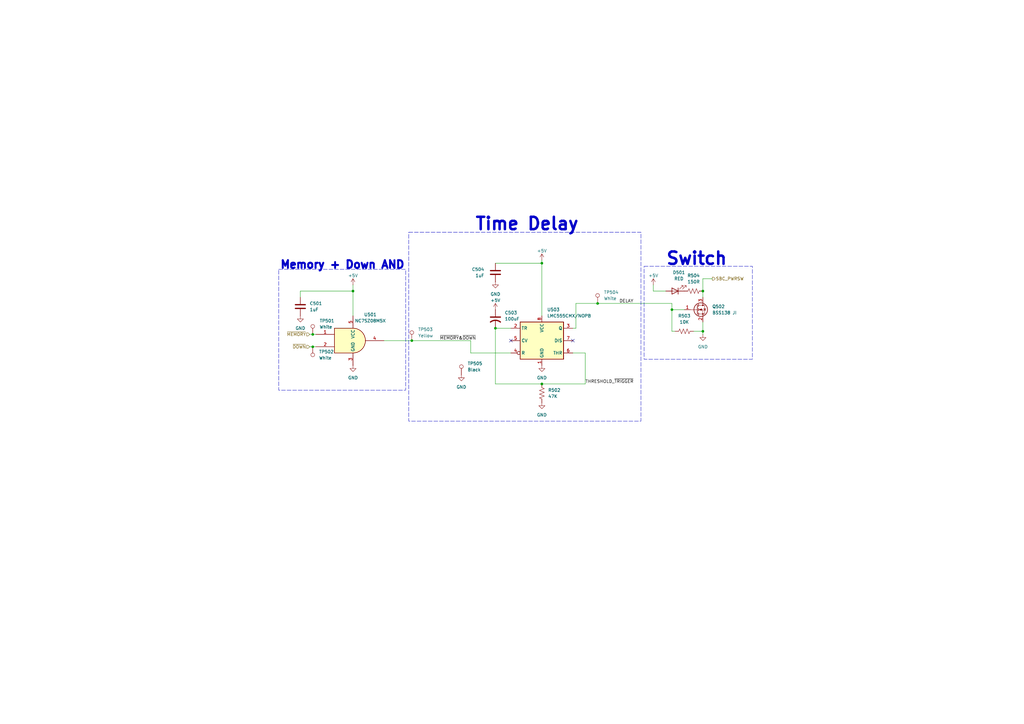
<source format=kicad_sch>
(kicad_sch (version 20250114) (generator "eeschema") (generator_version "9.0")
  (paper "A3")
  (title_block (title "MEP MAXI 85V-1 REV 2 Keypad") (date "2025-06-22") (rev "X2") (company "McMillan Enterprises") (comment 1 "Firmware: Connor McMillan (connor@mcmillan.website)") (comment 2 "Hardware &"))
  (lib_symbols
    (symbol "74xGxx:74AHC1G08"
      (property "Reference" "U" (at -2.54 3.81 0))
      (property "Value" "74AHC1G08" (at 0 -3.81 0))
      (symbol "74AHC1G08_0_1"
        (arc (start 0 5.08) (mid 5.0579 0) (end 0 -5.08) (stroke (width 0.254)) (fill (type background)))
        (polyline (pts (xy 0 -5.08) (xy -7.62 -5.08) (xy -7.62 5.08) (xy 0 5.08)) (stroke (width 0.254)) (fill (type background)))
      )
      (symbol "74AHC1G08_1_1"
        (pin input line (at -15.24 2.54 0) (length 7.62) (name "~") (number "1"))
        (pin input line (at -15.24 -2.54 0) (length 7.62) (name "~") (number "2"))
        (pin power_in line (at 0 10.16 270) (length 5.08) (name "VCC") (number "5"))
        (pin power_in line (at 0 -10.16 90) (length 5.08) (name "GND") (number "3"))
        (pin output line (at 12.7 0 180) (length 7.62) (name "~") (number "4"))
      )
    )
    (symbol "Connector:TestPoint" (pin_numbers (hide yes)) (pin_names (offset 0.762) (hide yes))
      (property "Reference" "TP" (at 0 6.858 0))
      (property "Value" "TestPoint" (at 0 5.08 0))
      (symbol "TestPoint_0_1"
        (circle (center 0 3.302) (radius 0.762))
      )
      (symbol "TestPoint_1_1"
        (pin passive line (at 0 0 90) (length 2.54) (name "1") (number "1"))
      )
    )
    (symbol "Device:C" (pin_numbers (hide yes)) (pin_names (offset 0.254))
      (property "Reference" "C" (at 0.635 2.54 0))
      (property "Value" "C" (at 0.635 -2.54 0))
      (symbol "C_0_1"
        (polyline (pts (xy -2.032 0.762) (xy 2.032 0.762)) (stroke (width 0.508)))
        (polyline (pts (xy -2.032 -0.762) (xy 2.032 -0.762)) (stroke (width 0.508)))
      )
      (symbol "C_1_1"
        (pin passive line (at 0 3.81 270) (length 2.794) (name "~") (number "1"))
        (pin passive line (at 0 -3.81 90) (length 2.794) (name "~") (number "2"))
      )
    )
    (symbol "Device:C_US" (pin_numbers (hide yes)) (pin_names (offset 0.254) (hide yes))
      (property "Reference" "C" (at 0.635 2.54 0))
      (property "Value" "C_US" (at 0.635 -2.54 0))
      (symbol "C_US_0_1"
        (polyline (pts (xy -2.032 0.762) (xy 2.032 0.762)) (stroke (width 0.508)))
        (arc (start -2.032 -1.27) (mid 0 -0.5572) (end 2.032 -1.27) (stroke (width 0.508)))
      )
      (symbol "C_US_1_1"
        (pin passive line (at 0 3.81 270) (length 2.794) (name "~") (number "1"))
        (pin passive line (at 0 -3.81 90) (length 3.302) (name "~") (number "2"))
      )
    )
    (symbol "Device:LED" (pin_numbers (hide yes)) (pin_names (offset 1.016) (hide yes))
      (property "Reference" "D" (at 0 2.54 0))
      (property "Value" "LED" (at 0 -2.54 0))
      (symbol "LED_0_1"
        (polyline (pts (xy -3.048 -0.762) (xy -4.572 -2.286) (xy -3.81 -2.286) (xy -4.572 -2.286) (xy -4.572 -1.524)))
        (polyline (pts (xy -1.778 -0.762) (xy -3.302 -2.286) (xy -2.54 -2.286) (xy -3.302 -2.286) (xy -3.302 -1.524)))
        (polyline (pts (xy -1.27 0) (xy 1.27 0)))
        (polyline (pts (xy -1.27 -1.27) (xy -1.27 1.27)) (stroke (width 0.254)))
        (polyline (pts (xy 1.27 -1.27) (xy 1.27 1.27) (xy -1.27 0) (xy 1.27 -1.27)) (stroke (width 0.254)))
      )
      (symbol "LED_1_1"
        (pin passive line (at -3.81 0 0) (length 2.54) (name "K") (number "1"))
        (pin passive line (at 3.81 0 180) (length 2.54) (name "A") (number "2"))
      )
    )
    (symbol "Device:R_US" (pin_numbers (hide yes)) (pin_names (offset 0))
      (property "Reference" "R" (at 2.54 0 90))
      (property "Value" "R_US" (at -2.54 0 90))
      (symbol "R_US_0_1"
        (polyline (pts (xy 0 2.286) (xy 0 2.54)))
        (polyline (pts (xy 0 2.286) (xy 1.016 1.905) (xy 0 1.524) (xy -1.016 1.143) (xy 0 0.762)))
        (polyline (pts (xy 0 0.762) (xy 1.016 0.381) (xy 0 0) (xy -1.016 -0.381) (xy 0 -0.762)))
        (polyline (pts (xy 0 -0.762) (xy 1.016 -1.143) (xy 0 -1.524) (xy -1.016 -1.905) (xy 0 -2.286)))
        (polyline (pts (xy 0 -2.286) (xy 0 -2.54)))
      )
      (symbol "R_US_1_1"
        (pin passive line (at 0 3.81 270) (length 1.27) (name "~") (number "1"))
        (pin passive line (at 0 -3.81 90) (length 1.27) (name "~") (number "2"))
      )
    )
    (symbol "Timer:LMC555xM"
      (property "Reference" "U" (at -10.16 8.89 0))
      (property "Value" "LMC555xM" (at 2.54 8.89 0))
      (symbol "LMC555xM_0_0"
        (pin power_in line (at 0 10.16 270) (length 2.54) (name "VCC") (number "8"))
        (pin power_in line (at 0 -10.16 90) (length 2.54) (name "GND") (number "1"))
      )
      (symbol "LMC555xM_0_1"
        (rectangle (start -8.89 -7.62) (end 8.89 7.62) (stroke (width 0.254)) (fill (type background)))
        (rectangle (start -8.89 -7.62) (end 8.89 7.62) (stroke (width 0.254)) (fill (type background)))
      )
      (symbol "LMC555xM_1_1"
        (pin input line (at -12.7 5.08 0) (length 3.81) (name "TR") (number "2"))
        (pin input line (at -12.7 0 0) (length 3.81) (name "CV") (number "5"))
        (pin input inverted (at -12.7 -5.08 0) (length 3.81) (name "R") (number "4"))
        (pin output line (at 12.7 5.08 180) (length 3.81) (name "Q") (number "3"))
        (pin input line (at 12.7 0 180) (length 3.81) (name "DIS") (number "7"))
        (pin input line (at 12.7 -5.08 180) (length 3.81) (name "THR") (number "6"))
      )
    )
    (symbol "Transistor_FET:BSS138" (pin_names (hide yes))
      (property "Reference" "Q" (at 5.08 1.905 0))
      (property "Value" "BSS138" (at 5.08 0 0))
      (symbol "BSS138_0_1"
        (polyline (pts (xy 0.254 1.905) (xy 0.254 -1.905)) (stroke (width 0.254)))
        (polyline (pts (xy 0.254 0) (xy -2.54 0)))
        (polyline (pts (xy 0.762 2.286) (xy 0.762 1.27)) (stroke (width 0.254)))
        (polyline (pts (xy 0.762 0.508) (xy 0.762 -0.508)) (stroke (width 0.254)))
        (polyline (pts (xy 0.762 -1.27) (xy 0.762 -2.286)) (stroke (width 0.254)))
        (polyline (pts (xy 0.762 -1.778) (xy 3.302 -1.778) (xy 3.302 1.778) (xy 0.762 1.778)))
        (polyline (pts (xy 1.016 0) (xy 2.032 0.381) (xy 2.032 -0.381) (xy 1.016 0)) (fill (type outline)))
        (circle (center 1.651 0) (radius 2.794) (stroke (width 0.254)))
        (polyline (pts (xy 2.54 2.54) (xy 2.54 1.778)))
        (circle (center 2.54 1.778) (radius 0.254) (fill (type outline)))
        (circle (center 2.54 -1.778) (radius 0.254) (fill (type outline)))
        (polyline (pts (xy 2.54 -2.54) (xy 2.54 0) (xy 0.762 0)))
        (polyline (pts (xy 2.794 0.508) (xy 2.921 0.381) (xy 3.683 0.381) (xy 3.81 0.254)))
        (polyline (pts (xy 3.302 0.381) (xy 2.921 -0.254) (xy 3.683 -0.254) (xy 3.302 0.381)))
      )
      (symbol "BSS138_1_1"
        (pin input line (at -5.08 0 0) (length 2.54) (name "G") (number "1"))
        (pin passive line (at 2.54 5.08 270) (length 2.54) (name "D") (number "3"))
        (pin passive line (at 2.54 -5.08 90) (length 2.54) (name "S") (number "2"))
      )
    )
    (symbol "power:+5V" (power) (pin_numbers (hide yes)) (pin_names (offset 0) (hide yes))
      (property "Value" "+5V" (at 0 3.556 0))
      (symbol "+5V_0_1"
        (polyline (pts (xy -0.762 1.27) (xy 0 2.54)))
        (polyline (pts (xy 0 2.54) (xy 0.762 1.27)))
        (polyline (pts (xy 0 0) (xy 0 2.54)))
      )
      (symbol "+5V_1_1"
        (pin power_in line (at 0 0 90) (length 0) (name "~") (number "1"))
      )
    )
    (symbol "power:GND" (power) (pin_numbers (hide yes)) (pin_names (offset 0) (hide yes))
      (property "Value" "GND" (at 0 -3.81 0))
      (symbol "GND_0_1"
        (polyline (pts (xy 0 0) (xy 0 -1.27) (xy 1.27 -1.27) (xy 0 -2.54) (xy -1.27 -1.27) (xy 0 -1.27)))
      )
      (symbol "GND_1_1"
        (pin power_in line (at 0 0 270) (length 0) (name "~") (number "1"))
      )
    )
  )
  (polyline (pts (xy 398.3679 265.768) (xy 397.5403 265.768) (xy 397.3029 264.7287) (xy 395.0446 264.7287) (xy 394.3967 265.768) (xy 393.5049 265.768) (xy 394.6058 264.0743) (xy 395.4552 264.0743) (xy 397.1489 264.0743) (xy 396.6934 262.0983) (xy 395.4552 264.0743) (xy 394.6058 264.0743) (xy 396.424 261.2772) (xy 397.2516 261.2772) (xy 398.3679 265.768)) (stroke (width -0.0001) (type solid)) (fill (type outline)))
  (polyline (pts (xy 387.4406 266.7468) (xy 387.4968 266.752) (xy 387.5497 266.7605) (xy 387.599 266.7724) (xy 387.6224 266.7796) (xy 387.6449 266.7876) (xy 387.6664 266.7963) (xy 387.6871 266.8059) (xy 387.7068 266.8163) (xy 387.7256 266.8274) (xy 387.7434 266.8394) (xy 387.7603 266.852) (xy 387.7763 266.8655) (xy 387.7913 266.8797) (xy 387.8053 266.8946) (xy 387.8183 266.9103) (xy 387.8303 266.9267) (xy 387.8414 266.9438) (xy 387.8514 266.9617) (xy 387.8604 266.9802) (xy 387.8684 266.9995) (xy 387.8753 267.0194) (xy 387.8812 267.04) (xy 387.8861 267.0614) (xy 387.8899 267.0833) (xy 387.8926 267.106) (xy 387.8942 267.1293) (xy 387.8948 267.1532) (xy 387.8929 267.2041) (xy 387.8907 267.2287) (xy 387.8876 267.2527) (xy 387.8836 267.2763) (xy 387.8787 267.2992) (xy 387.873 267.3217) (xy 387.8664 267.3435) (xy 387.859 267.3648) (xy 387.8507 267.3855) (xy 387.8416 267.4056) (xy 387.8317 267.4252) (xy 387.821 267.4442) (xy 387.8096 267.4625) (xy 387.7973 267.4803) (xy 387.7842 267.4974) (xy 387.7704 267.514) (xy 387.7558 267.5299) (xy 387.7405 267.5452) (xy 387.7244 267.5599) (xy 387.7076 267.5739) (xy 387.69 267.5873) (xy 387.6718 267.6) (xy 387.6528 267.6121) (xy 387.6128 267.6344) (xy 387.57 267.6539) (xy 387.5246 267.6707) (xy 387.4766 267.6848) (xy 387.7314 268.1388) (xy 387.5204 268.1388) (xy 387.2775 267.7127) (xy 386.8673 267.7127) (xy 386.7837 268.1388) (xy 386.5826 268.1388) (xy 386.7017 267.5434) (xy 386.9012 267.5434) (xy 387.2456 267.5434) (xy 387.2976 267.5419) (xy 387.3467 267.5375) (xy 387.3929 267.5301) (xy 387.4361 267.5197) (xy 387.4565 267.5134) (xy 387.4762 267.5064) (xy 387.495 267.4987) (xy 387.5131 267.4902) (xy 387.5304 267.481) (xy 387.5469 267.4711) (xy 387.5626 267.4605) (xy 387.5774 267.4491) (xy 387.5914 267.437) (xy 387.6046 267.4243) (xy 387.6169 267.4108) (xy 387.6283 267.3965) (xy 387.6389 267.3816) (xy 387.6486 267.366) (xy 387.6574 267.3497) (xy 387.6653 267.3326) (xy 387.6724 267.3149) (xy 387.6785 267.2964) (xy 387.6837 267.2773) (xy 387.688 267.2574) (xy 387.6913 267.2369) (xy 387.6937 267.2157) (xy 387.6951 267.1937) (xy 387.6956 267.1711) (xy 387.6953 267.1557) (xy 387.6942 267.1407) (xy 387.6925 267.1262) (xy 387.6901 267.1122) (xy 387.687 267.0987) (xy 387.6832 267.0857) (xy 387.6787 267.0731) (xy 387.6736 267.0611) (xy 387.6678 267.0495) (xy 387.6614 267.0384) (xy 387.6543 267.0277) (xy 387.6466 267.0176) (xy 387.6382 267.008) (xy 387.6292 266.9988) (xy 387.6195 266.9902) (xy 387.6093 266.982) (xy 387.5984 266.9743) (xy 387.5868 266.9671) (xy 387.5747 266.9604) (xy 387.5619 266.9542) (xy 387.5486 266.9485) (xy 387.5346 266.9432) (xy 387.5201 266.9385) (xy 387.5049 266.9343) (xy 387.4892 266.9305) (xy 387.4729 266.9273) (xy 387.456 266.9245) (xy 387.4385 266.9223) (xy 387.4205 266.9205) (xy 387.4019 266.9193) (xy 387.3828 266.9185) (xy 387.3631 266.9183) (xy 387.0266 266.9183) (xy 386.9012 267.5434) (xy 386.7017 267.5434) (xy 386.8613 266.745) (xy 387.381 266.745) (xy 387.4406 266.7468)) (stroke (width -0.0001) (type solid)) (fill (type outline)))
  (polyline (pts (xy 376.1996 267.8182) (xy 376.4126 266.745) (xy 376.6117 266.745) (xy 376.333 268.1388) (xy 376.1697 268.1388) (xy 375.5464 267.0656) (xy 375.3333 268.1388) (xy 375.1343 268.1388) (xy 375.413 266.745) (xy 375.5763 266.745) (xy 376.1996 267.8182)) (stroke (width -0.0001) (type solid)) (fill (type outline)))
  (polyline (pts (xy 385.1279 266.7468) (xy 385.1838 266.752) (xy 385.2364 266.7605) (xy 385.2855 266.7724) (xy 385.3088 266.7796) (xy 385.3311 266.7876) (xy 385.3526 266.7963) (xy 385.3732 266.8059) (xy 385.3928 266.8163) (xy 385.4115 266.8274) (xy 385.4293 266.8394) (xy 385.4462 266.852) (xy 385.4621 266.8655) (xy 385.477 266.8797) (xy 385.491 266.8946) (xy 385.504 266.9103) (xy 385.516 266.9267) (xy 385.527 266.9438) (xy 385.537 266.9617) (xy 385.546 266.9802) (xy 385.554 266.9995) (xy 385.5609 267.0194) (xy 385.5668 267.04) (xy 385.5716 267.0614) (xy 385.5754 267.0833) (xy 385.5781 267.106) (xy 385.5798 267.1293) (xy 385.5803 267.1532) (xy 385.5796 267.1862) (xy 385.5774 267.2183) (xy 385.5738 267.2495) (xy 385.5688 267.2798) (xy 385.5623 267.3091) (xy 385.5545 267.3376) (xy 385.5454 267.3651) (xy 385.5348 267.3916) (xy 385.523 267.4172) (xy 385.5099 267.4418) (xy 385.4954 267.4655) (xy 385.4797 267.4881) (xy 385.4628 267.5098) (xy 385.4446 267.5304) (xy 385.4252 267.55) (xy 385.4046 267.5686) (xy 385.3829 267.5861) (xy 385.3599 267.6026) (xy 385.3358 267.618) (xy 385.3107 267.6324) (xy 385.2843 267.6456) (xy 385.257 267.6578) (xy 385.2285 267.6688) (xy 385.199 267.6788) (xy 385.1684 267.6876) (xy 385.1369 267.6952) (xy 385.1043 267.7017) (xy 385.0708 267.7071) (xy 385.0363 267.7113) (xy 385.0009 267.7143) (xy 384.9645 267.7161) (xy 384.9273 267.7167) (xy 384.5549 267.7167) (xy 384.4712 268.1388) (xy 384.2722 268.1388) (xy 384.3913 267.5434) (xy 384.5908 267.5434) (xy 384.9312 267.5434) (xy 384.9832 267.5419) (xy 385.0323 267.5375) (xy 385.0785 267.5301) (xy 385.1217 267.5197) (xy 385.1421 267.5134) (xy 385.1618 267.5064) (xy 385.1807 267.4987) (xy 385.1988 267.4902) (xy 385.2161 267.481) (xy 385.2325 267.4711) (xy 385.2482 267.4605) (xy 385.263 267.4491) (xy 385.277 267.437) (xy 385.2902 267.4243) (xy 385.3025 267.4108) (xy 385.314 267.3965) (xy 385.3245 267.3816) (xy 385.3342 267.366) (xy 385.3431 267.3497) (xy 385.351 267.3326) (xy 385.358 267.3149) (xy 385.3641 267.2964) (xy 385.3693 267.2773) (xy 385.3736 267.2574) (xy 385.3769 267.2369) (xy 385.3793 267.2157) (xy 385.3808 267.1937) (xy 385.3813 267.1711) (xy 385.3809 267.1557) (xy 385.3799 267.1407) (xy 385.3781 267.1262) (xy 385.3757 267.1122) (xy 385.3726 267.0987) (xy 385.3688 267.0857) (xy 385.3644 267.0731) (xy 385.3593 267.0611) (xy 385.3535 267.0495) (xy 385.3471 267.0384) (xy 385.34 267.0277) (xy 385.3323 267.0176) (xy 385.324 267.008) (xy 385.315 266.9988) (xy 385.3054 266.9902) (xy 385.2951 266.982) (xy 385.2843 266.9743) (xy 385.2728 266.9671) (xy 385.2607 266.9604) (xy 385.248 266.9542) (xy 385.2348 266.9485) (xy 385.2209 266.9432) (xy 385.2064 266.9385) (xy 385.1914 266.9343) (xy 385.1758 266.9305) (xy 385.1596 266.9273) (xy 385.1428 266.9245) (xy 385.1255 266.9223) (xy 385.1076 266.9205) (xy 385.0892 266.9193) (xy 385.0703 266.9185) (xy 385.0507 266.9183) (xy 384.7162 266.9183) (xy 384.5908 267.5434) (xy 384.3913 267.5434) (xy 384.5509 266.745) (xy 385.0686 266.745) (xy 385.1279 266.7468)) (stroke (width -0.0001) (type solid)) (fill (type outline)))
  (rectangle (start 114.3 110.49) (end 166.37 160.02) (stroke (width 0) (type dash)))
  (polyline (pts (xy 380.9337 266.9183) (xy 380.1472 266.9183) (xy 380.0616 267.3463) (xy 380.7625 267.3463) (xy 380.7286 267.5156) (xy 380.0277 267.5156) (xy 379.9381 267.9656) (xy 380.7525 267.9656) (xy 380.7187 268.1388) (xy 379.7052 268.1388) (xy 379.9839 266.745) (xy 380.9676 266.745) (xy 380.9337 266.9183)) (stroke (width -0.0001) (type solid)) (fill (type outline)))
  (polyline (pts (xy 375.9475 256.261) (xy 377.8002 254.9162) (xy 376.4553 256.7689) (xy 378.7164 257.128) (xy 376.4553 257.4871) (xy 377.8002 259.3399) (xy 375.9475 257.995) (xy 375.5884 260.256) (xy 375.2293 257.995) (xy 373.3765 259.3399) (xy 374.7214 257.4871) (xy 372.4604 257.128) (xy 374.7214 256.7689) (xy 373.3765 254.9162) (xy 375.2293 256.261) (xy 375.5884 254) (xy 375.9475 256.261)) (stroke (width -0.0001) (type solid)) (fill (type outline)))
  (polyline (pts (xy 370.1265 264.0944) (xy 372.7347 260.7468) (xy 372.7404 260.7468) (xy 370.1265 264.0944)) (stroke (width -0.0001) (type solid)) (fill (type outline)))
  (polyline (pts (xy 381.0146 264.2668) (xy 383.3435 261.2772) (xy 384.062 261.2772) (xy 383.1639 265.768) (xy 382.3748 265.768) (xy 382.9585 262.8233) (xy 381.0403 265.2548) (xy 380.6682 265.2548) (xy 379.6417 262.7656) (xy 379.045 265.768) (xy 378.2495 265.768) (xy 379.1477 261.2772) (xy 379.8278 261.2772) (xy 381.0146 264.2668)) (stroke (width -0.0001) (type solid)) (fill (type outline)))
  (polyline (pts (xy 391.1634 261.2772) (xy 391.9974 261.2772) (xy 391.2404 265.0624) (xy 393.5885 265.0624) (xy 393.4473 265.768) (xy 390.2652 265.768) (xy 391.1634 261.2772) (xy 391.1634 261.2772)) (stroke (width -0.0001) (type solid)) (fill (type outline)))
  (polyline (pts (xy 382.7899 266.7468) (xy 382.8462 266.752) (xy 382.899 266.7605) (xy 382.9484 266.7724) (xy 382.9717 266.7796) (xy 382.9942 266.7876) (xy 383.0158 266.7963) (xy 383.0364 266.8059) (xy 383.0561 266.8163) (xy 383.0749 266.8274) (xy 383.0928 266.8394) (xy 383.1097 266.852) (xy 383.1256 266.8655) (xy 383.1406 266.8797) (xy 383.1546 266.8946) (xy 383.1677 266.9103) (xy 383.1797 266.9267) (xy 383.1907 266.9438) (xy 383.2007 266.9617) (xy 383.2098 266.9802) (xy 383.2177 266.9995) (xy 383.2247 267.0194) (xy 383.2306 267.04) (xy 383.2354 267.0614) (xy 383.2392 267.0833) (xy 383.2419 267.106) (xy 383.2436 267.1293) (xy 383.2441 267.1532) (xy 383.2423 267.2041) (xy 383.24 267.2287) (xy 383.2369 267.2527) (xy 383.2329 267.2763) (xy 383.228 267.2992) (xy 383.2223 267.3217) (xy 383.2157 267.3435) (xy 383.2083 267.3648) (xy 383.2001 267.3855) (xy 383.191 267.4056) (xy 383.1811 267.4252) (xy 383.1704 267.4442) (xy 383.1589 267.4625) (xy 383.1466 267.4803) (xy 383.1336 267.4974) (xy 383.1198 267.514) (xy 383.1052 267.5299) (xy 383.0898 267.5452) (xy 383.0737 267.5599) (xy 383.0569 267.5739) (xy 383.0394 267.5873) (xy 383.0211 267.6) (xy 383.0021 267.6121) (xy 382.9621 267.6344) (xy 382.9194 267.6539) (xy 382.8739 267.6707) (xy 382.8259 267.6848) (xy 383.0808 268.1388) (xy 382.8698 268.1388) (xy 382.6269 267.7127) (xy 382.2166 267.7127) (xy 382.133 268.1388) (xy 381.9319 268.1388) (xy 382.051 267.5434) (xy 382.2505 267.5434) (xy 382.595 267.5434) (xy 382.647 267.5419) (xy 382.6961 267.5375) (xy 382.7422 267.5301) (xy 382.7854 267.5197) (xy 382.8059 267.5134) (xy 382.8255 267.5064) (xy 382.8444 267.4987) (xy 382.8625 267.4902) (xy 382.8798 267.481) (xy 382.8963 267.4711) (xy 382.9119 267.4605) (xy 382.9268 267.4491) (xy 382.9408 267.437) (xy 382.9539 267.4243) (xy 382.9662 267.4108) (xy 382.9777 267.3965) (xy 382.9882 267.3816) (xy 382.998 267.366) (xy 383.0068 267.3497) (xy 383.0147 267.3326) (xy 383.0217 267.3149) (xy 383.0278 267.2964) (xy 383.033 267.2773) (xy 383.0373 267.2574) (xy 383.0407 267.2369) (xy 383.043 267.2157) (xy 383.0445 267.1937) (xy 383.045 267.1711) (xy 383.0446 267.1557) (xy 383.0436 267.1407) (xy 383.0418 267.1262) (xy 383.0394 267.1122) (xy 383.0363 267.0987) (xy 383.0325 267.0857) (xy 383.0281 267.0731) (xy 383.023 267.0611) (xy 383.0172 267.0495) (xy 383.0108 267.0384) (xy 383.0037 267.0277) (xy 382.9959 267.0176) (xy 382.9876 267.008) (xy 382.9785 266.9988) (xy 382.9689 266.9902) (xy 382.9586 266.982) (xy 382.9477 266.9743) (xy 382.9362 266.9671) (xy 382.924 266.9604) (xy 382.9113 266.9542) (xy 382.8979 266.9485) (xy 382.884 266.9432) (xy 382.8694 266.9385) (xy 382.8543 266.9343) (xy 382.8386 266.9305) (xy 382.8222 266.9273) (xy 382.8054 266.9245) (xy 382.7879 266.9223) (xy 382.7699 266.9205) (xy 382.7513 266.9193) (xy 382.7321 266.9185) (xy 382.7124 266.9183) (xy 382.3759 266.9183) (xy 382.2505 267.5434) (xy 382.051 267.5434) (xy 382.2107 266.745) (xy 382.7303 266.745) (xy 382.7899 266.7468)) (stroke (width -0.0001) (type solid)) (fill (type outline)))
  (polyline (pts (xy 385.2743 261.2772) (xy 386.1083 261.2772) (xy 385.2101 265.768) (xy 384.376 265.768) (xy 385.2743 261.2772) (xy 385.2743 261.2772)) (stroke (width -0.0001) (type solid)) (fill (type outline)))
  (polyline (pts (xy 389.122 268.1388) (xy 388.9228 268.1388) (xy 389.2016 266.745) (xy 389.4007 266.745) (xy 389.122 268.1388)) (stroke (width -0.0001) (type solid)) (fill (type outline)))
  (polyline (pts (xy 370.1265 264.0944) (xy 372.7347 260.7468) (xy 372.7404 260.7468) (xy 370.1265 264.0944)) (stroke (width -0.0001) (type solid)) (fill (type outline)))
  (polyline (pts (xy 395.5093 266.7296) (xy 395.5411 266.731) (xy 395.5725 266.7334) (xy 395.6036 266.7368) (xy 395.6342 266.7411) (xy 395.6644 266.7463) (xy 395.694 266.7524) (xy 395.7229 266.7595) (xy 395.7512 266.7674) (xy 395.7788 266.7762) (xy 395.8056 266.7858) (xy 395.8315 266.7963) (xy 395.8565 266.8076) (xy 395.8805 266.8198) (xy 395.9034 266.8328) (xy 395.9253 266.8466) (xy 395.8457 267.0098) (xy 395.8259 266.9964) (xy 395.8055 266.9839) (xy 395.7844 266.9722) (xy 395.7627 266.9613) (xy 395.7405 266.9513) (xy 395.7177 266.9422) (xy 395.6944 266.9339) (xy 395.6707 266.9265) (xy 395.6465 266.9199) (xy 395.6219 266.9142) (xy 395.5969 266.9094) (xy 395.5715 266.9054) (xy 395.5459 266.9023) (xy 395.5199 266.9001) (xy 395.4937 266.8988) (xy 395.4673 266.8984) (xy 395.4254 266.8995) (xy 395.3855 266.9028) (xy 395.3477 266.9083) (xy 395.3122 266.9159) (xy 395.279 266.9255) (xy 395.2483 266.937) (xy 395.22 266.9504) (xy 395.1943 266.9655) (xy 395.1713 266.9824) (xy 395.1608 266.9915) (xy 395.1511 267.001) (xy 395.142 267.0109) (xy 395.1337 267.0211) (xy 395.1261 267.0318) (xy 395.1193 267.0428) (xy 395.1132 267.0542) (xy 395.1079 267.0659) (xy 395.1034 267.078) (xy 395.0997 267.0904) (xy 395.0968 267.1031) (xy 395.0947 267.1162) (xy 395.0934 267.1296) (xy 395.093 267.1432) (xy 395.095 267.1694) (xy 395.101 267.1933) (xy 395.1107 267.215) (xy 395.1237 267.2347) (xy 395.1399 267.2526) (xy 395.159 267.2689) (xy 395.1806 267.2837) (xy 395.2047 267.2973) (xy 395.2308 267.3098) (xy 395.2588 267.3214) (xy 395.3192 267.3427) (xy 395.4504 267.3827) (xy 395.5171 267.4042) (xy 395.5817 267.4288) (xy 395.6125 267.4426) (xy 395.642 267.4578) (xy 395.67 267.4744) (xy 395.6961 267.4927) (xy 395.7202 267.5128) (xy 395.7419 267.535) (xy 395.7609 267.5594) (xy 395.7771 267.5861) (xy 395.7902 267.6155) (xy 395.7998 267.6475) (xy 395.8058 267.6826) (xy 395.8078 267.7207) (xy 395.8071 267.7458) (xy 395.805 267.7702) (xy 395.8015 267.794) (xy 395.7967 267.8171) (xy 395.7906 267.8395) (xy 395.7831 267.8613) (xy 395.7744 267.8824) (xy 395.7645 267.9028) (xy 395.7533 267.9224) (xy 395.7409 267.9414) (xy 395.7274 267.9596) (xy 395.7127 267.977) (xy 395.6969 267.9938) (xy 395.68 268.0097) (xy 395.6621 268.0249) (xy 395.6431 268.0393) (xy 395.623 268.0529) (xy 395.602 268.0657) (xy 395.5801 268.0777) (xy 395.5572 268.0888) (xy 395.5334 268.0992) (xy 395.5087 268.1087) (xy 395.4831 268.1173) (xy 395.4567 268.125) (xy 395.4295 268.1319) (xy 395.4015 268.1379) (xy 395.3727 268.143) (xy 395.3432 268.1472) (xy 395.313 268.1505) (xy 395.2821 268.1529) (xy 395.2506 268.1543) (xy 395.2184 268.1548) (xy 395.1786 268.1539) (xy 395.139 268.1514) (xy 395.0999 268.1474) (xy 395.0613 268.1418) (xy 395.0235 268.1348) (xy 394.9865 268.1264) (xy 394.9506 268.1168) (xy 394.9158 268.106) (xy 394.8823 268.0941) (xy 394.8503 268.0811) (xy 394.8198 268.0671) (xy 394.7911 268.0523) (xy 394.7643 268.0366) (xy 394.7396 268.0202) (xy 394.717 268.0032) (xy 394.6967 267.9855) (xy 394.7843 267.8262) (xy 394.8049 267.8441) (xy 394.827 267.8611) (xy 394.8504 267.8771) (xy 394.8751 267.8923) (xy 394.9011 267.9064) (xy 394.9281 267.9195) (xy 394.9561 267.9315) (xy 394.985 267.9425) (xy 395.0147 267.9522) (xy 395.045 267.9608) (xy 395.076 267.9682) (xy 395.1075 267.9743) (xy 395.1394 267.9792) (xy 395.1715 267.9827) (xy 395.2039 267.9848) (xy 395.2363 267.9855) (xy 395.2776 267.9845) (xy 395.3171 267.9815) (xy 395.3546 267.9766) (xy 395.3901 267.9698) (xy 395.4233 267.961) (xy 395.4543 267.9504) (xy 395.4828 267.938) (xy 395.5089 267.9238) (xy 395.5323 267.9078) (xy 395.5429 267.8991) (xy 395.5529 267.89) (xy 395.5622 267.8805) (xy 395.5707 267.8706) (xy 395.5785 267.8602) (xy 395.5855 267.8494) (xy 395.5917 267.8382) (xy 395.5972 267.8266) (xy 395.6019 267.8146) (xy 395.6057 267.8022) (xy 395.6087 267.7894) (xy 395.6109 267.7761) (xy 395.6122 267.7625) (xy 395.6127 267.7485) (xy 395.6106 267.7225) (xy 395.6046 267.6989) (xy 395.595 267.6775) (xy 395.5819 267.6581) (xy 395.5658 267.6406) (xy 395.5467 267.6246) (xy 395.525 267.6101) (xy 395.501 267.5968) (xy 395.4748 267.5847) (xy 395.4469 267.5733) (xy 395.3865 267.5525) (xy 395.2553 267.5131) (xy 395.1886 267.4914) (xy 395.124 267.4664) (xy 395.0932 267.4521) (xy 395.0637 267.4365) (xy 395.0357 267.4192) (xy 395.0096 267.4002) (xy 394.9855 267.3792) (xy 394.9639 267.3561) (xy 394.9448 267.3306) (xy 394.9286 267.3025) (xy 394.9156 267.2717) (xy 394.9059 267.238) (xy 394.8999 267.2012) (xy 394.8979 267.1611) (xy 394.8986 267.1364) (xy 394.9007 267.1123) (xy 394.9041 267.0888) (xy 394.9088 267.066) (xy 394.9149 267.0437) (xy 394.9222 267.0222) (xy 394.9307 267.0013) (xy 394.9405 266.9811) (xy 394.9515 266.9615) (xy 394.9637 266.9427) (xy 394.977 266.9246) (xy 394.9914 266.9072) (xy 395.007 266.8905) (xy 395.0236 266.8746) (xy 395.0412 266.8594) (xy 395.0599 266.845) (xy 395.0796 266.8314) (xy 395.1002 266.8186) (xy 395.1218 266.8066) (xy 395.1443 266.7954) (xy 395.1677 266.7851) (xy 395.192 266.7755) (xy 395.2172 266.7669) (xy 395.2431 266.7591) (xy 395.2699 266.7521) (xy 395.2974 266.7461) (xy 395.3257 266.7409) (xy 395.3546 266.7367) (xy 395.3843 266.7334) (xy 395.4147 266.731) (xy 395.4457 266.7295) (xy 395.4773 266.7291) (xy 395.5093 266.7296)) (stroke (width -0.0001) (type solid)) (fill (type outline)))
  (polyline (pts (xy 378.8385 266.9183) (xy 378.3626 266.9183) (xy 378.1177 268.1388) (xy 377.9206 268.1388) (xy 378.1635 266.9183) (xy 377.6876 266.9183) (xy 377.7215 266.745) (xy 378.8744 266.745) (xy 378.8385 266.9183)) (stroke (width -0.0001) (type solid)) (fill (type outline)))
  (polyline (pts (xy 402.3773 264.4208) (xy 402.9996 261.2772) (xy 403.8272 261.2772) (xy 402.9291 265.768) (xy 402.2426 265.768) (xy 400.4013 262.6244) (xy 399.7726 265.768) (xy 398.945 265.768) (xy 399.8432 261.2772) (xy 400.5296 261.2772) (xy 402.3773 264.4208)) (stroke (width -0.0001) (type solid)) (fill (type outline)))
  (polyline (pts (xy 374.1361 266.9183) (xy 373.3495 266.9183) (xy 373.2639 267.3463) (xy 373.9648 267.3463) (xy 373.931 267.5156) (xy 373.2301 267.5156) (xy 373.1405 267.9656) (xy 373.9548 267.9656) (xy 373.921 268.1388) (xy 372.9075 268.1388) (xy 373.1863 266.745) (xy 374.1699 266.745) (xy 374.1361 266.9183)) (stroke (width -0.0001) (type solid)) (fill (type outline)))
  (polyline (pts (xy 376.5896 261.2161) (xy 376.7285 261.2253) (xy 376.8635 261.2405) (xy 376.9943 261.2617) (xy 377.1207 261.2889) (xy 377.2425 261.322) (xy 377.3594 261.3608) (xy 377.4711 261.4055) (xy 377.5776 261.4558) (xy 377.6785 261.5119) (xy 377.7736 261.5735) (xy 377.8626 261.6406) (xy 377.9454 261.7133) (xy 378.0216 261.7914) (xy 378.0911 261.8748) (xy 378.1536 261.9636) (xy 377.5506 262.4705) (xy 377.5032 262.4085) (xy 377.4525 262.3502) (xy 377.3985 262.2956) (xy 377.3702 262.2698) (xy 377.3411 262.2448) (xy 377.3112 262.2208) (xy 377.2804 262.1978) (xy 377.2488 262.1757) (xy 377.2164 262.1546) (xy 377.1831 262.1344) (xy 377.149 262.1153) (xy 377.114 262.0971) (xy 377.0782 262.0799) (xy 377.004 262.0485) (xy 376.9265 262.0212) (xy 376.8455 261.9979) (xy 376.7611 261.9787) (xy 376.6733 261.9638) (xy 376.5821 261.953) (xy 376.4874 261.9465) (xy 376.3893 261.9444) (xy 376.2829 261.9469) (xy 376.1791 261.9543) (xy 376.0779 261.9666) (xy 375.9794 261.9836) (xy 375.8836 262.0052) (xy 375.7906 262.0312) (xy 375.7004 262.0616) (xy 375.6131 262.0961) (xy 375.5288 262.1348) (xy 375.4474 262.1774) (xy 375.3691 262.2238) (xy 375.2939 262.2739) (xy 375.2219 262.3276) (xy 375.1531 262.3847) (xy 375.0875 262.4452) (xy 375.0252 262.5089) (xy 374.9663 262.5757) (xy 374.9108 262.6455) (xy 374.8588 262.718) (xy 374.8103 262.7933) (xy 374.7654 262.8712) (xy 374.7241 262.9515) (xy 374.6865 263.0341) (xy 374.6526 263.119) (xy 374.6225 263.206) (xy 374.5963 263.2949) (xy 374.5739 263.3856) (xy 374.5555 263.4781) (xy 374.5411 263.5722) (xy 374.5307 263.6677) (xy 374.5245 263.7645) (xy 374.5224 263.8626) (xy 374.5238 263.9316) (xy 374.5281 263.9992) (xy 374.5352 264.0651) (xy 374.5451 264.1295) (xy 374.5579 264.1922) (xy 374.5734 264.2532) (xy 374.5918 264.3125) (xy 374.6129 264.3701) (xy 374.6368 264.4258) (xy 374.6635 264.4796) (xy 374.6929 264.5315) (xy 374.725 264.5815) (xy 374.7599 264.6294) (xy 374.7975 264.6753) (xy 374.8378 264.7191) (xy 374.8808 264.7608) (xy 374.9265 264.8003) (xy 374.9749 264.8376) (xy 375.026 264.8726) (xy 375.0797 264.9053) (xy 375.136 264.9356) (xy 375.195 264.9636) (xy 375.2566 264.9891) (xy 375.3208 265.0121) (xy 375.3876 265.0325) (xy 375.457 265.0504) (xy 375.529 265.0656) (xy 375.6036 265.0782) (xy 375.6807 265.088) (xy 375.7604 265.0951) (xy 375.8427 265.0994) (xy 375.9274 265.1009) (xy 376.0205 265.0989) (xy 376.112 265.093) (xy 376.2019 265.0832) (xy 376.2902 265.0693) (xy 376.3768 265.0514) (xy 376.4616 265.0295) (xy 376.5447 265.0035) (xy 376.6259 264.9733) (xy 376.7053 264.9391) (xy 376.7827 264.9007) (xy 376.8581 264.8581) (xy 376.9315 264.8112) (xy 377.0029 264.7602) (xy 377.0721 264.7048) (xy 377.1392 264.6452) (xy 377.2041 264.5812) (xy 377.6916 265.1072) (xy 377.6074 265.1978) (xy 377.5183 265.2821) (xy 377.4247 265.36) (xy 377.3266 265.4316) (xy 377.2242 265.4971) (xy 377.1176 265.5565) (xy 377.0072 265.6099) (xy 376.8929 265.6574) (xy 376.7751 265.699) (xy 376.6538 265.7348) (xy 376.5292 265.7649) (xy 376.4015 265.7893) (xy 376.2709 265.8082) (xy 376.1376 265.8216) (xy 376.0016 265.8296) (xy 375.8632 265.8322) (xy 375.7367 265.8299) (xy 375.6135 265.8232) (xy 375.4937 265.8119) (xy 375.3772 265.7964) (xy 375.2641 265.7765) (xy 375.1545 265.7525) (xy 375.0484 265.7244) (xy 374.9459 265.6922) (xy 374.847 265.656) (xy 374.7518 265.616) (xy 374.6603 265.5722) (xy 374.5725 265.5247) (xy 374.4886 265.4735) (xy 374.4085 265.4188) (xy 374.3324 265.3605) (xy 374.2601 265.2989) (xy 374.1919 265.234) (xy 374.1278 265.1658) (xy 374.0677 265.0944) (xy 374.0118 265.0199) (xy 373.9601 264.9424) (xy 373.9126 264.862) (xy 373.8695 264.7788) (xy 373.8306 264.6927) (xy 373.7962 264.604) (xy 373.7662 264.5126) (xy 373.7406 264.4187) (xy 373.7196 264.3224) (xy 373.7032 264.2236) (xy 373.6914 264.1226) (xy 373.6843 264.0193) (xy 373.682 263.9139) (xy 373.6852 263.7724) (xy 373.6947 263.633) (xy 373.7105 263.496) (xy 373.7324 263.3613) (xy 373.7603 263.2293) (xy 373.7942 263.1001) (xy 373.8339 262.9737) (xy 373.8794 262.8505) (xy 373.9306 262.7304) (xy 373.9873 262.6138) (xy 374.0495 262.5006) (xy 374.117 262.3912) (xy 374.1899 262.2856) (xy 374.2679 262.1839) (xy 374.3509 262.0865) (xy 374.439 261.9933) (xy 374.5319 261.9046) (xy 374.6297 261.8205) (xy 374.7321 261.7411) (xy 374.8391 261.6667) (xy 374.9507 261.5973) (xy 375.0666 261.5332) (xy 375.1869 261.4744) (xy 375.3113 261.4212) (xy 375.4399 261.3737) (xy 375.5725 261.332) (xy 375.709 261.2963) (xy 375.8493 261.2667) (xy 375.9934 261.2434) (xy 376.1411 261.2266) (xy 376.2924 261.2164) (xy 376.4471 261.213) (xy 376.5896 261.2161)) (stroke (width -0.0001) (type solid)) (fill (type outline)))
  (polyline (pts (xy 391.1535 266.7296) (xy 391.1852 266.731) (xy 391.2167 266.7334) (xy 391.2477 266.7368) (xy 391.2784 266.7411) (xy 391.3085 266.7463) (xy 391.3381 266.7524) (xy 391.3671 266.7595) (xy 391.3954 266.7674) (xy 391.423 266.7762) (xy 391.4497 266.7858) (xy 391.4756 266.7963) (xy 391.5006 266.8076) (xy 391.5246 266.8198) (xy 391.5476 266.8328) (xy 391.5694 266.8466) (xy 391.4898 267.0098) (xy 391.47 266.9964) (xy 391.4496 266.9839) (xy 391.4285 266.9722) (xy 391.4069 266.9613) (xy 391.3846 266.9513) (xy 391.3619 266.9422) (xy 391.3386 266.9339) (xy 391.3148 266.9265) (xy 391.2906 266.9199) (xy 391.266 266.9142) (xy 391.241 266.9094) (xy 391.2157 266.9054) (xy 391.19 266.9023) (xy 391.1641 266.9001) (xy 391.1379 266.8988) (xy 391.1115 266.8984) (xy 391.0695 266.8995) (xy 391.0296 266.9028) (xy 390.9919 266.9083) (xy 390.9564 266.9159) (xy 390.9232 266.9255) (xy 390.8924 266.937) (xy 390.8641 266.9504) (xy 390.8384 266.9655) (xy 390.8154 266.9824) (xy 390.805 266.9915) (xy 390.7952 267.001) (xy 390.7862 267.0109) (xy 390.7778 267.0211) (xy 390.7703 267.0318) (xy 390.7634 267.0428) (xy 390.7574 267.0542) (xy 390.7521 267.0659) (xy 390.7475 267.078) (xy 390.7438 267.0904) (xy 390.7409 267.1031) (xy 390.7388 267.1162) (xy 390.7376 267.1296) (xy 390.7371 267.1432) (xy 390.7392 267.1694) (xy 390.7452 267.1933) (xy 390.7548 267.215) (xy 390.7679 267.2347) (xy 390.784 267.2526) (xy 390.8031 267.2689) (xy 390.8248 267.2837) (xy 390.8488 267.2973) (xy 390.875 267.3098) (xy 390.9029 267.3214) (xy 390.9633 267.3427) (xy 391.0946 267.3827) (xy 391.1612 267.4042) (xy 391.2258 267.4288) (xy 391.2566 267.4426) (xy 391.2862 267.4578) (xy 391.3141 267.4744) (xy 391.3403 267.4927) (xy 391.3643 267.5128) (xy 391.386 267.535) (xy 391.4051 267.5594) (xy 391.4213 267.5861) (xy 391.4343 267.6155) (xy 391.4439 267.6475) (xy 391.4499 267.6826) (xy 391.452 267.7207) (xy 391.4513 267.7458) (xy 391.4492 267.7702) (xy 391.4457 267.794) (xy 391.4409 267.8171) (xy 391.4347 267.8395) (xy 391.4273 267.8613) (xy 391.4186 267.8824) (xy 391.4086 267.9028) (xy 391.3974 267.9224) (xy 391.3851 267.9414) (xy 391.3715 267.9596) (xy 391.3568 267.977) (xy 391.341 267.9938) (xy 391.3242 268.0097) (xy 391.3062 268.0249) (xy 391.2872 268.0393) (xy 391.2672 268.0529) (xy 391.2462 268.0657) (xy 391.2242 268.0777) (xy 391.2013 268.0888) (xy 391.1775 268.0992) (xy 391.1528 268.1087) (xy 391.1272 268.1173) (xy 391.1008 268.125) (xy 391.0736 268.1319) (xy 391.0456 268.1379) (xy 391.0169 268.143) (xy 390.9874 268.1472) (xy 390.9572 268.1505) (xy 390.9263 268.1529) (xy 390.8947 268.1543) (xy 390.8626 268.1548) (xy 390.8227 268.1539) (xy 390.7831 268.1514) (xy 390.744 268.1474) (xy 390.7055 268.1418) (xy 390.6676 268.1348) (xy 390.6307 268.1264) (xy 390.5947 268.1168) (xy 390.5599 268.106) (xy 390.5264 268.0941) (xy 390.4944 268.0811) (xy 390.464 268.0671) (xy 390.4353 268.0523) (xy 390.4085 268.0366) (xy 390.3837 268.0202) (xy 390.3611 268.0032) (xy 390.3409 267.9855) (xy 390.4285 267.8262) (xy 390.449 267.8441) (xy 390.4711 267.8611) (xy 390.4946 267.8771) (xy 390.5193 267.8923) (xy 390.5452 267.9064) (xy 390.5722 267.9195) (xy 390.6002 267.9315) (xy 390.6291 267.9425) (xy 390.6588 267.9522) (xy 390.6892 267.9608) (xy 390.7202 267.9682) (xy 390.7516 267.9743) (xy 390.7835 267.9792) (xy 390.8157 267.9827) (xy 390.848 267.9848) (xy 390.8805 267.9855) (xy 390.9218 267.9845) (xy 390.9612 267.9815) (xy 390.9988 267.9766) (xy 391.0342 267.9698) (xy 391.0675 267.961) (xy 391.0984 267.9504) (xy 391.127 267.938) (xy 391.153 267.9238) (xy 391.1764 267.9078) (xy 391.1871 267.8991) (xy 391.1971 267.89) (xy 391.2063 267.8805) (xy 391.2148 267.8706) (xy 391.2226 267.8602) (xy 391.2296 267.8494) (xy 391.2359 267.8382) (xy 391.2413 267.8266) (xy 391.246 267.8146) (xy 391.2499 267.8022) (xy 391.2529 267.7894) (xy 391.255 267.7761) (xy 391.2564 267.7625) (xy 391.2568 267.7485) (xy 391.2547 267.7225) (xy 391.2488 267.6989) (xy 391.2391 267.6775) (xy 391.2261 267.6581) (xy 391.2099 267.6406) (xy 391.1908 267.6246) (xy 391.1692 267.6101) (xy 391.1451 267.5968) (xy 391.119 267.5847) (xy 391.091 267.5733) (xy 391.0306 267.5525) (xy 390.8994 267.5131) (xy 390.8328 267.4914) (xy 390.7682 267.4664) (xy 390.7373 267.4521) (xy 390.7078 267.4365) (xy 390.6798 267.4192) (xy 390.6537 267.4002) (xy 390.6297 267.3792) (xy 390.608 267.3561) (xy 390.5889 267.3306) (xy 390.5727 267.3025) (xy 390.5597 267.2717) (xy 390.5501 267.238) (xy 390.5441 267.2012) (xy 390.542 267.1611) (xy 390.5427 267.1364) (xy 390.5448 267.1123) (xy 390.5482 267.0888) (xy 390.553 267.066) (xy 390.559 267.0437) (xy 390.5663 267.0222) (xy 390.5749 267.0013) (xy 390.5847 266.9811) (xy 390.5957 266.9615) (xy 390.6078 266.9427) (xy 390.6211 266.9246) (xy 390.6356 266.9072) (xy 390.6511 266.8905) (xy 390.6677 266.8746) (xy 390.6854 266.8594) (xy 390.704 266.845) (xy 390.7237 266.8314) (xy 390.7444 266.8186) (xy 390.766 266.8066) (xy 390.7885 266.7954) (xy 390.8119 266.7851) (xy 390.8362 266.7755) (xy 390.8613 266.7669) (xy 390.8873 266.7591) (xy 390.914 266.7521) (xy 390.9415 266.7461) (xy 390.9698 266.7409) (xy 390.9988 266.7367) (xy 391.0285 266.7334) (xy 391.0588 266.731) (xy 391.0898 266.7295) (xy 391.1215 266.7291) (xy 391.1535 266.7296)) (stroke (width -0.0001) (type solid)) (fill (type outline)))
  (polyline (pts (xy 387.3207 261.2772) (xy 388.1546 261.2772) (xy 387.3976 265.0624) (xy 389.7457 265.0624) (xy 389.6046 265.768) (xy 386.4224 265.768) (xy 387.3207 261.2772) (xy 387.3207 261.2772)) (stroke (width -0.0001) (type solid)) (fill (type outline)))
  (polyline (pts (xy 372.5335 265.7758) (xy 371.6499 265.7758) (xy 372.1364 263.321) (xy 373.3282 261.8024) (xy 372.5335 265.7758)) (stroke (width -0.0001) (type solid)) (fill (type outline)))
  (rectangle (start 167.64 95.25) (end 262.89 172.72) (stroke (width 0) (type dash)))
  (polyline (pts (xy 393.7901 266.9183) (xy 393.0036 266.9183) (xy 392.918 267.3463) (xy 393.6189 267.3463) (xy 393.585 267.5156) (xy 392.8841 267.5156) (xy 392.7945 267.9656) (xy 393.6089 267.9656) (xy 393.5751 268.1388) (xy 392.5616 268.1388) (xy 392.8403 266.745) (xy 393.824 266.745) (xy 393.7901 266.9183)) (stroke (width -0.0001) (type solid)) (fill (type outline)))
  (polyline (pts (xy 375.0109 259.0135) (xy 370.1552 265.2009) (xy 369.7386 265.2009) (xy 368.5893 262.4136) (xy 367.9211 265.7758) (xy 367.03 265.7758) (xy 368.0361 260.7468) (xy 368.7976 260.7468) (xy 369.9562 263.6659) (xy 370.1265 264.0944) (xy 372.7404 260.7468) (xy 373.6079 259.6357) (xy 374.9545 258.6582) (xy 375.0109 259.0135)) (stroke (width -0.0001) (type solid)) (fill (type outline)))
  (rectangle (start 264.16 109.22) (end 308.61 147.32) (stroke (width 0) (type dash)))
  (text "Switch" (at 285.75 106.172 0) (effects (font (size 5.08 5.08) (thickness 1.016) (bold yes))))
  (text "Time Delay" (at 216.154 91.948 0) (effects (font (size 5.08 5.08) (thickness 1.016) (bold yes))))
  (text "Memory + Down AND" (at 140.462 108.712 0) (effects (font (size 3.175 3.175) (thickness 1.016) (bold yes))))
  (junction (at 128.27 142.24))
  (junction (at 288.29 119.38))
  (junction (at 144.78 119.38))
  (junction (at 222.25 107.95))
  (junction (at 203.2 134.62))
  (junction (at 128.27 137.16))
  (junction (at 168.91 139.7))
  (junction (at 222.25 157.48))
  (junction (at 245.11 124.46))
  (junction (at 275.59 127))
  (junction (at 288.29 135.89))
  (no_connect (at 209.55 139.7))
  (no_connect (at 234.95 139.7))
  (wire (pts (xy 288.29 119.38) (xy 288.29 121.92)))
  (wire (pts (xy 236.22 124.46) (xy 236.22 134.62)))
  (wire (pts (xy 222.25 107.95) (xy 222.25 129.54)))
  (wire (pts (xy 193.04 144.78) (xy 209.55 144.78)))
  (wire (pts (xy 275.59 127) (xy 280.67 127)))
  (wire (pts (xy 128.27 142.24) (xy 129.54 142.24)))
  (wire (pts (xy 203.2 157.48) (xy 222.25 157.48)))
  (wire (pts (xy 236.22 134.62) (xy 234.95 134.62)))
  (wire (pts (xy 288.29 137.16) (xy 288.29 135.89)))
  (wire (pts (xy 288.29 114.3) (xy 288.29 119.38)))
  (wire (pts (xy 144.78 116.84) (xy 144.78 119.38)))
  (wire (pts (xy 267.97 119.38) (xy 267.97 116.84)))
  (wire (pts (xy 275.59 124.46) (xy 275.59 127)))
  (wire (pts (xy 128.27 137.16) (xy 129.54 137.16)))
  (wire (pts (xy 240.03 157.48) (xy 240.03 144.78)))
  (wire (pts (xy 144.78 119.38) (xy 144.78 129.54)))
  (wire (pts (xy 127 142.24) (xy 128.27 142.24)))
  (wire (pts (xy 284.48 135.89) (xy 288.29 135.89)))
  (wire (pts (xy 123.19 119.38) (xy 123.19 121.92)))
  (wire (pts (xy 222.25 107.95) (xy 222.25 106.68)))
  (wire (pts (xy 123.19 119.38) (xy 144.78 119.38)))
  (wire (pts (xy 203.2 134.62) (xy 203.2 157.48)))
  (wire (pts (xy 240.03 144.78) (xy 234.95 144.78)))
  (wire (pts (xy 157.48 139.7) (xy 168.91 139.7)))
  (wire (pts (xy 168.91 139.7) (xy 193.04 139.7)))
  (wire (pts (xy 236.22 124.46) (xy 245.11 124.46)))
  (wire (pts (xy 292.1 114.3) (xy 288.29 114.3)))
  (wire (pts (xy 203.2 134.62) (xy 209.55 134.62)))
  (wire (pts (xy 222.25 157.48) (xy 240.03 157.48)))
  (wire (pts (xy 203.2 107.95) (xy 222.25 107.95)))
  (wire (pts (xy 127 137.16) (xy 128.27 137.16)))
  (wire (pts (xy 288.29 135.89) (xy 288.29 132.08)))
  (wire (pts (xy 245.11 124.46) (xy 275.59 124.46)))
  (wire (pts (xy 273.05 119.38) (xy 267.97 119.38)))
  (wire (pts (xy 276.86 135.89) (xy 275.59 135.89)))
  (wire (pts (xy 275.59 127) (xy 275.59 135.89)))
  (wire (pts (xy 193.04 139.7) (xy 193.04 144.78)))
  (label "THRESHOLD_~{TRIGGER}" (at 240.03 157.48 0))
  (label "~{MEMORY}&~{DOWN}" (at 180.34 139.7 0))
  (label "DELAY" (at 254 124.46 0) (effects (font (thickness 0.1588))))
  (hierarchical_label "~{DOWN}" (shape input) (at 127 142.24 180))
  (hierarchical_label "~{MEMORY}" (shape input) (at 127 137.16 180))
  (hierarchical_label "SBC_PWRSW" (shape output) (at 292.1 114.3 0))
  (symbol (lib_id "Device:C") (at 203.2 111.76 0) (unit 1)
    (property "Reference" "C504" (at 198.628 110.49 0) (effects (justify right)))
    (property "Value" "1uF" (at 198.628 113.03 0) (effects (justify right)))
    (property "Footprint" "Capacitor_SMD:C_0805_2012Metric" (effects (hide yes)))
    (property "Description" "Unpolarized capacitor" (effects (hide yes)))
  )
  (symbol (lib_id "Device:R_US") (at 280.67 135.89 270) (unit 1)
    (property "Reference" "R503" (at 280.67 129.54 90))
    (property "Value" "10K" (at 280.67 132.08 90))
    (property "Footprint" "Resistor_SMD:R_0805_2012Metric" (effects (hide yes)))
    (property "Description" "Resistor, US symbol" (effects (hide yes)))
  )
  (symbol (lib_id "Timer:LMC555xM") (at 222.25 139.7 0) (unit 1)
    (property "Reference" "U503" (at 224.3933 127 0) (effects (justify left)))
    (property "Value" "LMC555CMX/NOPB" (at 224.3933 129.54 0) (effects (justify left)))
    (property "Footprint" "Package_SO:SOIC-8_3.9x4.9mm_P1.27mm" (effects (hide yes)))
    (property "Datasheet" "http://www.ti.com/lit/ds/symlink/lmc555.pdf" (effects (hide yes)))
    (property "Description" "CMOS Timer, 555 compatible, SOIC-8" (effects (hide yes)))
  )
  (symbol (lib_id "power:GND") (at 222.25 165.1 0) (unit 1)
    (property "Reference" "#PWR0536" (effects (hide yes)))
    (property "Value" "GND" (at 222.25 170.18 0))
    (property "Description" "Power symbol creates a global label with name \"GND\" , ground" (effects (hide yes)))
  )
  (symbol (lib_id "74xGxx:74AHC1G08") (at 144.78 139.7 0) (unit 1)
    (property "Reference" "U501" (at 151.892 129.032 0))
    (property "Value" "NC7SZ08M5X" (at 151.892 131.572 0))
    (property "Footprint" "Package_TO_SOT_SMD:SC-74A-5_1.55x2.9mm_P0.95mm" (effects (hide yes)))
    (property "Datasheet" "http://www.ti.com/lit/sg/scyt129e/scyt129e.pdf" (effects (hide yes)))
    (property "Description" "Single AND Gate, Low-Voltage CMOS" (effects (hide yes)))
  )
  (symbol (lib_id "Connector:TestPoint") (at 189.23 153.67 0) (unit 1)
    (property "Reference" "TP505" (at 191.77 149.0979 0) (effects (justify left)))
    (property "Value" "Black" (at 191.77 151.6379 0) (effects (justify left)))
    (property "Footprint" "TestPoint:TestPoint_Keystone_5000-5004_Miniature" (effects (hide yes)))
    (property "Description" "test point" (effects (hide yes)))
  )
  (symbol (lib_id "Transistor_FET:BSS138") (at 285.75 127 0) (unit 1)
    (property "Reference" "Q502" (at 292.1 125.7299 0) (effects (justify left)))
    (property "Value" "BSS138 JI" (at 292.1 128.2699 0) (effects (justify left)))
    (property "Footprint" "Package_TO_SOT_SMD:SOT-23" (effects (hide yes)))
    (property "Datasheet" "https://www.onsemi.com/pub/Collateral/BSS138-D.PDF" (effects (hide yes)))
    (property "Description" "50V Vds, 0.22A Id, N-Channel MOSFET, SOT-23" (effects (hide yes)))
  )
  (symbol (lib_id "Device:LED") (at 276.86 119.38 180) (unit 1)
    (property "Reference" "D501" (at 278.4475 111.76 0))
    (property "Value" "RED" (at 278.4475 114.3 0))
    (property "Footprint" "LED_SMD:LED_1206_3216Metric" (effects (hide yes)))
    (property "Description" "Light emitting diode" (effects (hide yes)))
    (property "Sim.Pins" "1=K 2=A" (effects (hide yes)))
  )
  (symbol (lib_id "power:GND") (at 222.25 149.86 0) (unit 1)
    (property "Reference" "#PWR0535" (effects (hide yes)))
    (property "Value" "GND" (at 222.25 154.94 0))
    (property "Description" "Power symbol creates a global label with name \"GND\" , ground" (effects (hide yes)))
  )
  (symbol (lib_id "Device:C_US") (at 203.2 130.81 0) (unit 1)
    (property "Reference" "C503" (at 207.01 128.27 0) (effects (justify left)))
    (property "Value" "100uF" (at 207.01 130.81 0) (effects (justify left)))
    (property "Footprint" "Capacitor_SMD:C_Elec_6.3x5.4" (effects (hide yes)))
    (property "Description" "capacitor, US symbol" (effects (hide yes)))
  )
  (symbol (lib_id "power:GND") (at 203.2 115.57 0) (unit 1)
    (property "Reference" "#PWR0539" (effects (hide yes)))
    (property "Value" "GND" (at 203.2 120.65 0))
    (property "Description" "Power symbol creates a global label with name \"GND\" , ground" (effects (hide yes)))
  )
  (symbol (lib_id "Device:R_US") (at 222.25 161.29 0) (unit 1)
    (property "Reference" "R502" (at 224.79 160.0199 0) (effects (justify left)))
    (property "Value" "47K" (at 224.79 162.5599 0) (effects (justify left)))
    (property "Footprint" "Resistor_SMD:R_0805_2012Metric" (effects (hide yes)))
    (property "Description" "Resistor, US symbol" (effects (hide yes)))
  )
  (symbol (lib_id "Connector:TestPoint") (at 245.11 124.46 0) (unit 1)
    (property "Reference" "TP504" (at 247.65 119.8879 0) (effects (justify left)))
    (property "Value" "White" (at 247.65 122.4279 0) (effects (justify left)))
    (property "Footprint" "TestPoint:TestPoint_Keystone_5000-5004_Miniature" (effects (hide yes)))
    (property "Description" "test point" (effects (hide yes)))
  )
  (symbol (lib_id "Connector:TestPoint") (at 128.27 137.16 0) (unit 1)
    (property "Reference" "TP501" (at 131.064 131.572 0) (effects (justify left)))
    (property "Value" "White" (at 131.064 134.112 0) (effects (justify left)))
    (property "Footprint" "TestPoint:TestPoint_Keystone_5000-5004_Miniature" (effects (hide yes)))
    (property "Description" "test point" (effects (hide yes)))
  )
  (symbol (lib_id "power:+5V") (at 267.97 116.84 0) (unit 1)
    (property "Reference" "#PWR0537" (effects (hide yes)))
    (property "Value" "+5V" (at 267.97 113.03 0))
    (property "Description" "Power symbol creates a global label with name \"+5V\"" (effects (hide yes)))
  )
  (symbol (lib_id "power:GND") (at 189.23 153.67 0) (unit 1)
    (property "Reference" "#PWR0530" (effects (hide yes)))
    (property "Value" "GND" (at 189.23 158.75 0))
    (property "Description" "Power symbol creates a global label with name \"GND\" , ground" (effects (hide yes)))
  )
  (symbol (lib_id "power:GND") (at 144.78 149.86 0) (unit 1)
    (property "Reference" "#PWR0525" (effects (hide yes)))
    (property "Value" "GND" (at 144.78 154.94 0))
    (property "Description" "Power symbol creates a global label with name \"GND\" , ground" (effects (hide yes)))
  )
  (symbol (lib_id "power:+5V") (at 222.25 106.68 0) (unit 1)
    (property "Reference" "#PWR0534" (effects (hide yes)))
    (property "Value" "+5V" (at 222.25 102.87 0))
    (property "Description" "Power symbol creates a global label with name \"+5V\"" (effects (hide yes)))
  )
  (symbol (lib_id "power:GND") (at 288.29 137.16 0) (unit 1)
    (property "Reference" "#PWR0538" (effects (hide yes)))
    (property "Value" "GND" (at 288.29 142.24 0))
    (property "Description" "Power symbol creates a global label with name \"GND\" , ground" (effects (hide yes)))
  )
  (symbol (lib_id "Connector:TestPoint") (at 128.27 142.24 180) (unit 1)
    (property "Reference" "TP502" (at 130.81 144.2719 0) (effects (justify right)))
    (property "Value" "White" (at 130.81 146.8119 0) (effects (justify right)))
    (property "Footprint" "TestPoint:TestPoint_Keystone_5000-5004_Miniature" (effects (hide yes)))
    (property "Description" "test point" (effects (hide yes)))
  )
  (symbol (lib_id "power:GND") (at 123.19 129.54 0) (unit 1)
    (property "Reference" "#PWR0523" (effects (hide yes)))
    (property "Value" "GND" (at 123.19 134.62 0))
    (property "Description" "Power symbol creates a global label with name \"GND\" , ground" (effects (hide yes)))
  )
  (symbol (lib_id "power:+5V") (at 144.78 116.84 0) (unit 1)
    (property "Reference" "#PWR0524" (effects (hide yes)))
    (property "Value" "+5V" (at 144.78 113.03 0))
    (property "Description" "Power symbol creates a global label with name \"+5V\"" (effects (hide yes)))
  )
  (symbol (lib_id "Device:R_US") (at 284.48 119.38 270) (unit 1)
    (property "Reference" "R504" (at 284.48 113.03 90))
    (property "Value" "150R" (at 284.48 115.57 90))
    (property "Footprint" "Resistor_SMD:R_0805_2012Metric" (effects (hide yes)))
    (property "Description" "Resistor, US symbol" (effects (hide yes)))
  )
  (symbol (lib_id "Device:C") (at 123.19 125.73 0) (unit 1)
    (property "Reference" "C501" (at 127 124.4599 0) (effects (justify left)))
    (property "Value" "1uF" (at 127 126.9999 0) (effects (justify left)))
    (property "Footprint" "Capacitor_SMD:C_0805_2012Metric" (effects (hide yes)))
    (property "Description" "Unpolarized capacitor" (effects (hide yes)))
  )
  (symbol (lib_id "Connector:TestPoint") (at 168.91 139.7 0) (unit 1)
    (property "Reference" "TP503" (at 171.45 135.1279 0) (effects (justify left)))
    (property "Value" "Yellow" (at 171.45 137.6679 0) (effects (justify left)))
    (property "Footprint" "TestPoint:TestPoint_Keystone_5000-5004_Miniature" (effects (hide yes)))
    (property "Description" "test point" (effects (hide yes)))
  )
  (symbol (lib_id "power:+5V") (at 203.2 127 0) (unit 1)
    (property "Reference" "#PWR0531" (effects (hide yes)))
    (property "Value" "+5V" (at 203.2 123.19 0))
    (property "Description" "Power symbol creates a global label with name \"+5V\"" (effects (hide yes)))
  )
)
</source>
